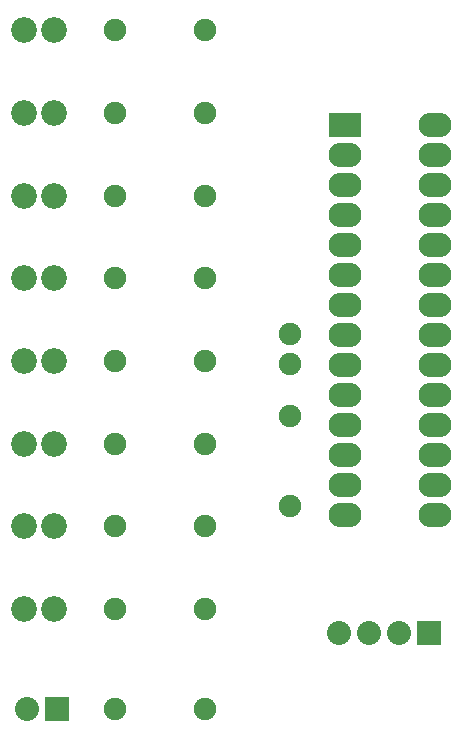
<source format=gts>
G04 (created by PCBNEW-RS274X (2012-apr-16-27)-stable) date Sa 15 Jun 2013 15:32:55 CEST*
G01*
G70*
G90*
%MOIN*%
G04 Gerber Fmt 3.4, Leading zero omitted, Abs format*
%FSLAX34Y34*%
G04 APERTURE LIST*
%ADD10C,0.006000*%
%ADD11C,0.075000*%
%ADD12R,0.080000X0.080000*%
%ADD13C,0.080000*%
%ADD14C,0.086000*%
%ADD15O,0.110000X0.082000*%
%ADD16R,0.110000X0.082000*%
G04 APERTURE END LIST*
G54D10*
G54D11*
X56571Y-40748D03*
X59571Y-40748D03*
X56571Y-37992D03*
X59571Y-37992D03*
X56571Y-35236D03*
X59571Y-35236D03*
X56571Y-32480D03*
X59571Y-32480D03*
X56571Y-29724D03*
X59571Y-29724D03*
X56571Y-26969D03*
X59571Y-26969D03*
X56571Y-24213D03*
X59571Y-24213D03*
X56571Y-21457D03*
X59571Y-21457D03*
X62402Y-37327D03*
X62402Y-34327D03*
X56571Y-44094D03*
X59571Y-44094D03*
G54D12*
X67051Y-41535D03*
G54D13*
X66051Y-41535D03*
X65051Y-41535D03*
X64051Y-41535D03*
G54D12*
X54634Y-44094D03*
G54D13*
X53634Y-44094D03*
G54D14*
X53535Y-40748D03*
X54535Y-40748D03*
X53535Y-37992D03*
X54535Y-37992D03*
X53535Y-35236D03*
X54535Y-35236D03*
X53535Y-32480D03*
X54535Y-32480D03*
X53535Y-29724D03*
X54535Y-29724D03*
X53535Y-26969D03*
X54535Y-26969D03*
X53535Y-24213D03*
X54535Y-24213D03*
X53535Y-21457D03*
X54535Y-21457D03*
G54D15*
X64248Y-25602D03*
X64248Y-26602D03*
X64248Y-27602D03*
X64248Y-28602D03*
X64248Y-29602D03*
X64248Y-30602D03*
X64248Y-31602D03*
X64248Y-32602D03*
X64248Y-33602D03*
X64248Y-34602D03*
X64248Y-35602D03*
X64248Y-36602D03*
X64248Y-37602D03*
G54D16*
X64248Y-24602D03*
G54D15*
X67248Y-37602D03*
X67248Y-36602D03*
X67248Y-35602D03*
X67248Y-34602D03*
X67248Y-33602D03*
X67248Y-32602D03*
X67248Y-31602D03*
X67248Y-30602D03*
X67248Y-29602D03*
X67248Y-28602D03*
X67248Y-27602D03*
X67248Y-26602D03*
X67248Y-25602D03*
X67248Y-24602D03*
G54D11*
X62402Y-32587D03*
X62402Y-31587D03*
M02*

</source>
